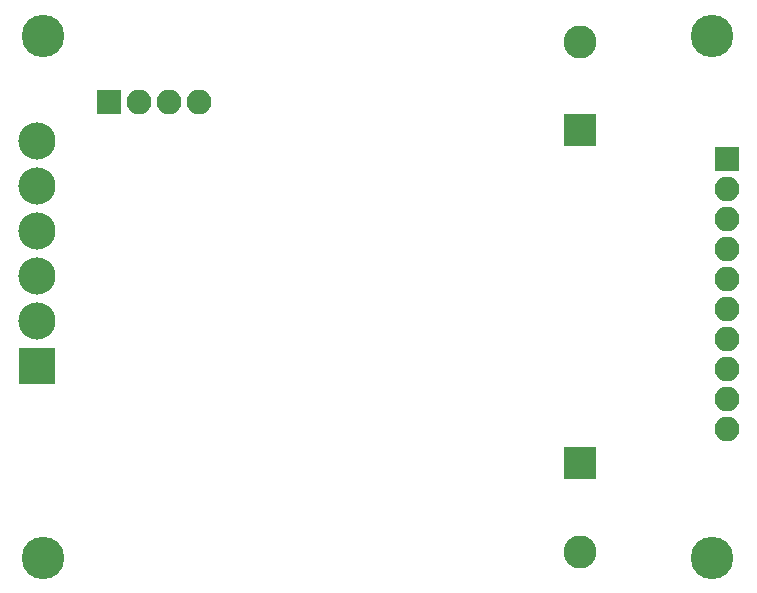
<source format=gbr>
G04 #@! TF.GenerationSoftware,KiCad,Pcbnew,5.0.0-fee4fd1~66~ubuntu16.04.1*
G04 #@! TF.CreationDate,2018-08-14T17:57:09-07:00*
G04 #@! TF.ProjectId,powerstep01-breakout,706F7765727374657030312D62726561,rev?*
G04 #@! TF.SameCoordinates,Original*
G04 #@! TF.FileFunction,Soldermask,Bot*
G04 #@! TF.FilePolarity,Negative*
%FSLAX46Y46*%
G04 Gerber Fmt 4.6, Leading zero omitted, Abs format (unit mm)*
G04 Created by KiCad (PCBNEW 5.0.0-fee4fd1~66~ubuntu16.04.1) date Tue Aug 14 17:57:09 2018*
%MOMM*%
%LPD*%
G01*
G04 APERTURE LIST*
%ADD10C,3.600000*%
%ADD11R,2.100000X2.100000*%
%ADD12O,2.100000X2.100000*%
%ADD13R,3.150000X3.150000*%
%ADD14C,3.150000*%
%ADD15R,2.800000X2.800000*%
%ADD16C,2.800000*%
G04 APERTURE END LIST*
D10*
G04 #@! TO.C,REF\002A\002A*
X158750000Y-108458000D03*
G04 #@! TD*
D11*
G04 #@! TO.C,J4*
X160020000Y-74676000D03*
D12*
X160020000Y-77216000D03*
X160020000Y-79756000D03*
X160020000Y-82296000D03*
X160020000Y-84836000D03*
X160020000Y-87376000D03*
X160020000Y-89916000D03*
X160020000Y-92456000D03*
X160020000Y-94996000D03*
X160020000Y-97536000D03*
G04 #@! TD*
D10*
G04 #@! TO.C,REF\002A\002A*
X102108000Y-108458000D03*
G04 #@! TD*
G04 #@! TO.C,REF\002A\002A*
X158750000Y-64262000D03*
G04 #@! TD*
D13*
G04 #@! TO.C,J1*
X101600000Y-92202000D03*
D14*
X101600000Y-88392000D03*
X101600000Y-84582000D03*
X101600000Y-80772000D03*
X101600000Y-76962000D03*
X101600000Y-73152000D03*
G04 #@! TD*
D11*
G04 #@! TO.C,J2*
X107696000Y-69850000D03*
D12*
X110236000Y-69850000D03*
X112776000Y-69850000D03*
X115316000Y-69850000D03*
G04 #@! TD*
D15*
G04 #@! TO.C,C8*
X147574000Y-100450000D03*
D16*
X147574000Y-107950000D03*
G04 #@! TD*
G04 #@! TO.C,C7*
X147574000Y-64770000D03*
D15*
X147574000Y-72270000D03*
G04 #@! TD*
D10*
G04 #@! TO.C,REF\002A\002A*
X102108000Y-64262000D03*
G04 #@! TD*
M02*

</source>
